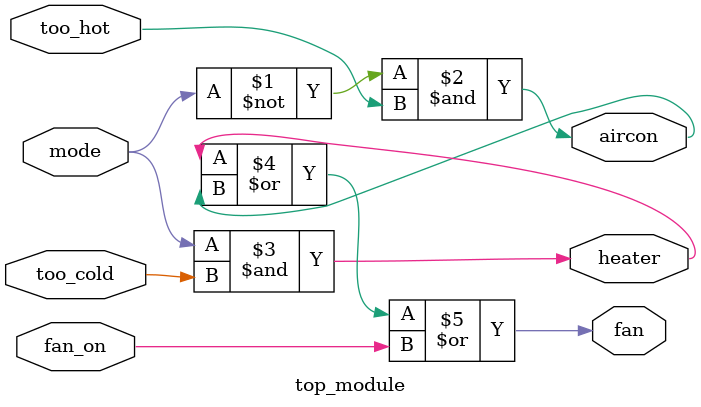
<source format=sv>
module top_module (
    input too_cold,
    input too_hot,
    input mode,
    input fan_on,
    output heater,
    output aircon,
    output fan
); 
    assign aircon=(~mode&too_hot);
    assign heater=(mode&too_cold);
    assign fan=heater|aircon|fan_on;
endmodule

</source>
